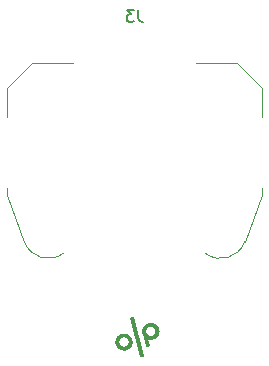
<source format=gbr>
%TF.GenerationSoftware,KiCad,Pcbnew,9.0.2*%
%TF.CreationDate,2025-11-21T20:47:10-08:00*%
%TF.ProjectId,LED Watch,4c454420-5761-4746-9368-2e6b69636164,rev?*%
%TF.SameCoordinates,Original*%
%TF.FileFunction,Legend,Bot*%
%TF.FilePolarity,Positive*%
%FSLAX46Y46*%
G04 Gerber Fmt 4.6, Leading zero omitted, Abs format (unit mm)*
G04 Created by KiCad (PCBNEW 9.0.2) date 2025-11-21 20:47:10*
%MOMM*%
%LPD*%
G01*
G04 APERTURE LIST*
%ADD10C,0.000000*%
%ADD11C,0.150000*%
%ADD12C,0.120000*%
G04 APERTURE END LIST*
D10*
G36*
X99936308Y-113923649D02*
G01*
X99939466Y-113923902D01*
X99942593Y-113924309D01*
X99945683Y-113924865D01*
X99948732Y-113925569D01*
X99951734Y-113926418D01*
X99954685Y-113927408D01*
X99957580Y-113928537D01*
X99960414Y-113929801D01*
X99963182Y-113931199D01*
X99965879Y-113932726D01*
X99968500Y-113934380D01*
X99971040Y-113936157D01*
X99973495Y-113938056D01*
X99975859Y-113940073D01*
X99978127Y-113942204D01*
X99980295Y-113944448D01*
X99982358Y-113946801D01*
X99984310Y-113949260D01*
X99986147Y-113951823D01*
X99987864Y-113954486D01*
X99989455Y-113957246D01*
X99990917Y-113960100D01*
X99992243Y-113963047D01*
X99993430Y-113966081D01*
X99994472Y-113969201D01*
X99995364Y-113972404D01*
X100816440Y-117237421D01*
X100817169Y-117240664D01*
X100817728Y-117243906D01*
X100818118Y-117247141D01*
X100818343Y-117250364D01*
X100818406Y-117253570D01*
X100818309Y-117256754D01*
X100818057Y-117259912D01*
X100817651Y-117263039D01*
X100817094Y-117266129D01*
X100816390Y-117269177D01*
X100815541Y-117272179D01*
X100814551Y-117275130D01*
X100813423Y-117278025D01*
X100812158Y-117280859D01*
X100810761Y-117283627D01*
X100809234Y-117286324D01*
X100807580Y-117288945D01*
X100805803Y-117291485D01*
X100803904Y-117293940D01*
X100801887Y-117296304D01*
X100799756Y-117298572D01*
X100797512Y-117300740D01*
X100795159Y-117302803D01*
X100792700Y-117304755D01*
X100790137Y-117306592D01*
X100787474Y-117308308D01*
X100784714Y-117309900D01*
X100781860Y-117311361D01*
X100778914Y-117312688D01*
X100775879Y-117313875D01*
X100772759Y-117314916D01*
X100769556Y-117315808D01*
X100561628Y-117368098D01*
X100558384Y-117368827D01*
X100555142Y-117369385D01*
X100551907Y-117369775D01*
X100548684Y-117370000D01*
X100545477Y-117370063D01*
X100542293Y-117369966D01*
X100539135Y-117369713D01*
X100536008Y-117369307D01*
X100532918Y-117368750D01*
X100529870Y-117368046D01*
X100526867Y-117367198D01*
X100523916Y-117366207D01*
X100521021Y-117365079D01*
X100518187Y-117363814D01*
X100515419Y-117362417D01*
X100512723Y-117360890D01*
X100510101Y-117359236D01*
X100507561Y-117357459D01*
X100505107Y-117355560D01*
X100502743Y-117353544D01*
X100500474Y-117351412D01*
X100498306Y-117349168D01*
X100496244Y-117346815D01*
X100494292Y-117344356D01*
X100492455Y-117341794D01*
X100490738Y-117339131D01*
X100489146Y-117336371D01*
X100487685Y-117333517D01*
X100486358Y-117330571D01*
X100485171Y-117327537D01*
X100484129Y-117324417D01*
X100483237Y-117321214D01*
X99662161Y-114056198D01*
X99661431Y-114052954D01*
X99660873Y-114049712D01*
X99660483Y-114046477D01*
X99660258Y-114043254D01*
X99660195Y-114040048D01*
X99660291Y-114036863D01*
X99660544Y-114033705D01*
X99660950Y-114030578D01*
X99661507Y-114027488D01*
X99662211Y-114024439D01*
X99663059Y-114021437D01*
X99664049Y-114018486D01*
X99665178Y-114015591D01*
X99666443Y-114012757D01*
X99667840Y-114009989D01*
X99669367Y-114007292D01*
X99671020Y-114004671D01*
X99672798Y-114002130D01*
X99674697Y-113999676D01*
X99676713Y-113997312D01*
X99678845Y-113995043D01*
X99681089Y-113992875D01*
X99683442Y-113990813D01*
X99685901Y-113988861D01*
X99688464Y-113987024D01*
X99691126Y-113985307D01*
X99693886Y-113983716D01*
X99696741Y-113982254D01*
X99699687Y-113980928D01*
X99702722Y-113979741D01*
X99705842Y-113978699D01*
X99709045Y-113977807D01*
X99916973Y-113925517D01*
X99920217Y-113924788D01*
X99923459Y-113924230D01*
X99926694Y-113923840D01*
X99929917Y-113923616D01*
X99933123Y-113923553D01*
X99936308Y-113923649D01*
G37*
G36*
X102122939Y-115192981D02*
G01*
X102120499Y-115227684D01*
X102116286Y-115262165D01*
X102110299Y-115296424D01*
X102102538Y-115330460D01*
X102093003Y-115364274D01*
X102081694Y-115397865D01*
X102068611Y-115431233D01*
X102053755Y-115464379D01*
X102037124Y-115497301D01*
X102018720Y-115530001D01*
X101998668Y-115561918D01*
X101977562Y-115592366D01*
X101955402Y-115621345D01*
X101932188Y-115648856D01*
X101907920Y-115674898D01*
X101882598Y-115699471D01*
X101856222Y-115722575D01*
X101828792Y-115744211D01*
X101800308Y-115764377D01*
X101770770Y-115783075D01*
X101740178Y-115800305D01*
X101708532Y-115816065D01*
X101675831Y-115830357D01*
X101642077Y-115843180D01*
X101607269Y-115854535D01*
X101571407Y-115864421D01*
X101546895Y-115870210D01*
X101522502Y-115875219D01*
X101498229Y-115879449D01*
X101474076Y-115882900D01*
X101450041Y-115885572D01*
X101426126Y-115887467D01*
X101402329Y-115888583D01*
X101378652Y-115888923D01*
X101355093Y-115888485D01*
X101331653Y-115887271D01*
X101308331Y-115885282D01*
X101285128Y-115882517D01*
X101262043Y-115878977D01*
X101239077Y-115874663D01*
X101216228Y-115869574D01*
X101193498Y-115863712D01*
X101192083Y-115863374D01*
X101190679Y-115863140D01*
X101189288Y-115863007D01*
X101187914Y-115862972D01*
X101186559Y-115863031D01*
X101185226Y-115863181D01*
X101183919Y-115863420D01*
X101182640Y-115863744D01*
X101181393Y-115864150D01*
X101180180Y-115864634D01*
X101179004Y-115865194D01*
X101177869Y-115865827D01*
X101176778Y-115866530D01*
X101175733Y-115867298D01*
X101174737Y-115868130D01*
X101173794Y-115869021D01*
X101172907Y-115869969D01*
X101172078Y-115870971D01*
X101171311Y-115872024D01*
X101170608Y-115873124D01*
X101169973Y-115874268D01*
X101169408Y-115875453D01*
X101168917Y-115876676D01*
X101168503Y-115877934D01*
X101168168Y-115879224D01*
X101167916Y-115880542D01*
X101167750Y-115881885D01*
X101167672Y-115883251D01*
X101167687Y-115884636D01*
X101167795Y-115886037D01*
X101168002Y-115887450D01*
X101168309Y-115888874D01*
X101288647Y-116367402D01*
X101289660Y-116371908D01*
X101290435Y-116376412D01*
X101290977Y-116380906D01*
X101291290Y-116385384D01*
X101291377Y-116389838D01*
X101291242Y-116394262D01*
X101290891Y-116398650D01*
X101290327Y-116402993D01*
X101289554Y-116407286D01*
X101288575Y-116411521D01*
X101287396Y-116415692D01*
X101286021Y-116419792D01*
X101284453Y-116423814D01*
X101282696Y-116427751D01*
X101280755Y-116431596D01*
X101278634Y-116435343D01*
X101276336Y-116438984D01*
X101273866Y-116442513D01*
X101271229Y-116445923D01*
X101268427Y-116449207D01*
X101265465Y-116452359D01*
X101262348Y-116455370D01*
X101259079Y-116458236D01*
X101255663Y-116460948D01*
X101252103Y-116463500D01*
X101248403Y-116465884D01*
X101244569Y-116468096D01*
X101240603Y-116470126D01*
X101236510Y-116471969D01*
X101232294Y-116473617D01*
X101227959Y-116475065D01*
X101223509Y-116476304D01*
X101064346Y-116516331D01*
X101059840Y-116517344D01*
X101055336Y-116518119D01*
X101050842Y-116518661D01*
X101046365Y-116518973D01*
X101041910Y-116519060D01*
X101037486Y-116518926D01*
X101033099Y-116518575D01*
X101028755Y-116518010D01*
X101024462Y-116517237D01*
X101020227Y-116516259D01*
X101016056Y-116515080D01*
X101011956Y-116513704D01*
X101007934Y-116512136D01*
X101003998Y-116510380D01*
X101000152Y-116508438D01*
X100996406Y-116506317D01*
X100992764Y-116504019D01*
X100989235Y-116501550D01*
X100985825Y-116498912D01*
X100982541Y-116496110D01*
X100979390Y-116493149D01*
X100976378Y-116490032D01*
X100973513Y-116486763D01*
X100970801Y-116483346D01*
X100968249Y-116479786D01*
X100965864Y-116476087D01*
X100963653Y-116472252D01*
X100961622Y-116468286D01*
X100959779Y-116464193D01*
X100958131Y-116459977D01*
X100956683Y-116455643D01*
X100955444Y-116451193D01*
X100692435Y-115405334D01*
X100692118Y-115404019D01*
X100691828Y-115402703D01*
X100691565Y-115401387D01*
X100691329Y-115400071D01*
X100691119Y-115398757D01*
X100690935Y-115397443D01*
X100690776Y-115396131D01*
X100690643Y-115394820D01*
X100690557Y-115393958D01*
X100690453Y-115393101D01*
X100690331Y-115392248D01*
X100690189Y-115391400D01*
X100690024Y-115390557D01*
X100689835Y-115389717D01*
X100689620Y-115388882D01*
X100689376Y-115388052D01*
X100686358Y-115378155D01*
X100683445Y-115368184D01*
X100680655Y-115358124D01*
X100678007Y-115347963D01*
X100669940Y-115312404D01*
X100663676Y-115277061D01*
X100659216Y-115241933D01*
X100656560Y-115207019D01*
X100655708Y-115172320D01*
X100655829Y-115167942D01*
X100998760Y-115167942D01*
X100999397Y-115188561D01*
X101001180Y-115209331D01*
X101004108Y-115230252D01*
X101008182Y-115251324D01*
X101013401Y-115272547D01*
X101019767Y-115293921D01*
X101024945Y-115308834D01*
X101030743Y-115323489D01*
X101037145Y-115337866D01*
X101044138Y-115351948D01*
X101051706Y-115365714D01*
X101059834Y-115379148D01*
X101068508Y-115392229D01*
X101077713Y-115404939D01*
X101087434Y-115417260D01*
X101097657Y-115429173D01*
X101108367Y-115440658D01*
X101119549Y-115451697D01*
X101131188Y-115462272D01*
X101143270Y-115472364D01*
X101155780Y-115481953D01*
X101168703Y-115491022D01*
X101187304Y-115502896D01*
X101206051Y-115513665D01*
X101224943Y-115523329D01*
X101243982Y-115531890D01*
X101263165Y-115539345D01*
X101282495Y-115545697D01*
X101301970Y-115550943D01*
X101321591Y-115555086D01*
X101341358Y-115558124D01*
X101361271Y-115560057D01*
X101381329Y-115560886D01*
X101401533Y-115560610D01*
X101421883Y-115559230D01*
X101442378Y-115556746D01*
X101463019Y-115553157D01*
X101483806Y-115548463D01*
X101503382Y-115543079D01*
X101522366Y-115536921D01*
X101540756Y-115529990D01*
X101558554Y-115522285D01*
X101575759Y-115513807D01*
X101592370Y-115504555D01*
X101608390Y-115494530D01*
X101623816Y-115483731D01*
X101638649Y-115472159D01*
X101652890Y-115459813D01*
X101666538Y-115446694D01*
X101679593Y-115432802D01*
X101692055Y-115418136D01*
X101703924Y-115402696D01*
X101715201Y-115386483D01*
X101725884Y-115369497D01*
X101735794Y-115352041D01*
X101744739Y-115334413D01*
X101752718Y-115316614D01*
X101759731Y-115298643D01*
X101765778Y-115280500D01*
X101770860Y-115262186D01*
X101774976Y-115243701D01*
X101778126Y-115225044D01*
X101780311Y-115206216D01*
X101781530Y-115187218D01*
X101781784Y-115168048D01*
X101781072Y-115148708D01*
X101779395Y-115129197D01*
X101776752Y-115109515D01*
X101773143Y-115089664D01*
X101768569Y-115069641D01*
X101763427Y-115051024D01*
X101757498Y-115032936D01*
X101750781Y-115015378D01*
X101743278Y-114998351D01*
X101734987Y-114981854D01*
X101725910Y-114965887D01*
X101716045Y-114950451D01*
X101705394Y-114935545D01*
X101693955Y-114921171D01*
X101681730Y-114907327D01*
X101668718Y-114894015D01*
X101654919Y-114881233D01*
X101640334Y-114868983D01*
X101624961Y-114857265D01*
X101608802Y-114846077D01*
X101591857Y-114835422D01*
X101575261Y-114826025D01*
X101558272Y-114817478D01*
X101540925Y-114809785D01*
X101523257Y-114802954D01*
X101505306Y-114796991D01*
X101487108Y-114791903D01*
X101468700Y-114787696D01*
X101450118Y-114784377D01*
X101431401Y-114781952D01*
X101412583Y-114780427D01*
X101393703Y-114779810D01*
X101374797Y-114780105D01*
X101355902Y-114781321D01*
X101337055Y-114783464D01*
X101318292Y-114786539D01*
X101299651Y-114790554D01*
X101279942Y-114795787D01*
X101260824Y-114801819D01*
X101242298Y-114808650D01*
X101224364Y-114816280D01*
X101207021Y-114824707D01*
X101190271Y-114833933D01*
X101174112Y-114843957D01*
X101158546Y-114854779D01*
X101143571Y-114866399D01*
X101129189Y-114878817D01*
X101115400Y-114892031D01*
X101102203Y-114906044D01*
X101089598Y-114920853D01*
X101077586Y-114936460D01*
X101066166Y-114952863D01*
X101055340Y-114970063D01*
X101044533Y-114989170D01*
X101034870Y-115008429D01*
X101026351Y-115027839D01*
X101018976Y-115047400D01*
X101012746Y-115067113D01*
X101007659Y-115086976D01*
X101003717Y-115106991D01*
X101000920Y-115127157D01*
X100999267Y-115147474D01*
X100998760Y-115167942D01*
X100655829Y-115167942D01*
X100656659Y-115137835D01*
X100659415Y-115103565D01*
X100663973Y-115069509D01*
X100670336Y-115035667D01*
X100678502Y-115002040D01*
X100688472Y-114968626D01*
X100700245Y-114935426D01*
X100713821Y-114902440D01*
X100729202Y-114869667D01*
X100746385Y-114837108D01*
X100765373Y-114804762D01*
X100785724Y-114773016D01*
X100807108Y-114742728D01*
X100829527Y-114713899D01*
X100852979Y-114686527D01*
X100877465Y-114660613D01*
X100902984Y-114636157D01*
X100929539Y-114613159D01*
X100957127Y-114591618D01*
X100985750Y-114571536D01*
X101015407Y-114552911D01*
X101046099Y-114535744D01*
X101077826Y-114520035D01*
X101110587Y-114505784D01*
X101144384Y-114492990D01*
X101179215Y-114481654D01*
X101215082Y-114471776D01*
X101250448Y-114463733D01*
X101285693Y-114457423D01*
X101320817Y-114452845D01*
X101355820Y-114450000D01*
X101390702Y-114448887D01*
X101425463Y-114449507D01*
X101460102Y-114451859D01*
X101494621Y-114455943D01*
X101529019Y-114461760D01*
X101563295Y-114469309D01*
X101597451Y-114478591D01*
X101631485Y-114489605D01*
X101665399Y-114502352D01*
X101699191Y-114516831D01*
X101732863Y-114533043D01*
X101766413Y-114550987D01*
X101798667Y-114570415D01*
X101829402Y-114590830D01*
X101858620Y-114612229D01*
X101886320Y-114634614D01*
X101912503Y-114657984D01*
X101937167Y-114682340D01*
X101960313Y-114707682D01*
X101981942Y-114734008D01*
X102002053Y-114761321D01*
X102020646Y-114789619D01*
X102037721Y-114818902D01*
X102053278Y-114849171D01*
X102067317Y-114880425D01*
X102079838Y-114912665D01*
X102090842Y-114945890D01*
X102100328Y-114980101D01*
X102108530Y-115016136D01*
X102114959Y-115051948D01*
X102119615Y-115087539D01*
X102122496Y-115122908D01*
X102123604Y-115158056D01*
X102123414Y-115168048D01*
X102122939Y-115192981D01*
G37*
G36*
X99854559Y-116100196D02*
G01*
X99852944Y-116134018D01*
X99849525Y-116167921D01*
X99844303Y-116201904D01*
X99837278Y-116235968D01*
X99828449Y-116270112D01*
X99817405Y-116305872D01*
X99804949Y-116340507D01*
X99791080Y-116374019D01*
X99775799Y-116406407D01*
X99759105Y-116437672D01*
X99740999Y-116467812D01*
X99721481Y-116496829D01*
X99700550Y-116524721D01*
X99678207Y-116551490D01*
X99654451Y-116577136D01*
X99629283Y-116601657D01*
X99602703Y-116625055D01*
X99574710Y-116647328D01*
X99545305Y-116668478D01*
X99514487Y-116688505D01*
X99482257Y-116707407D01*
X99448997Y-116724790D01*
X99415555Y-116740388D01*
X99381930Y-116754202D01*
X99348123Y-116766232D01*
X99314133Y-116776478D01*
X99279961Y-116784940D01*
X99245607Y-116791617D01*
X99211071Y-116796511D01*
X99176353Y-116799620D01*
X99141452Y-116800946D01*
X99106369Y-116800487D01*
X99071105Y-116798244D01*
X99035658Y-116794218D01*
X99000029Y-116788407D01*
X98964218Y-116780812D01*
X98928225Y-116771434D01*
X98891764Y-116760205D01*
X98856448Y-116747603D01*
X98822278Y-116733626D01*
X98789252Y-116718276D01*
X98757371Y-116701550D01*
X98726635Y-116683451D01*
X98697045Y-116663977D01*
X98668599Y-116643130D01*
X98641298Y-116620907D01*
X98615142Y-116597311D01*
X98590131Y-116572340D01*
X98566265Y-116545995D01*
X98543545Y-116518276D01*
X98521969Y-116489182D01*
X98501538Y-116458714D01*
X98482252Y-116426872D01*
X98463981Y-116394113D01*
X98447547Y-116361154D01*
X98432951Y-116327994D01*
X98420192Y-116294636D01*
X98409270Y-116261077D01*
X98400185Y-116227319D01*
X98392937Y-116193362D01*
X98387526Y-116159205D01*
X98383953Y-116124849D01*
X98382216Y-116090294D01*
X98382222Y-116088194D01*
X98726793Y-116088194D01*
X98727504Y-116106939D01*
X98729177Y-116125573D01*
X98731812Y-116144096D01*
X98735409Y-116162507D01*
X98739969Y-116180806D01*
X98745490Y-116198993D01*
X98751973Y-116217069D01*
X98759418Y-116235032D01*
X98767826Y-116252884D01*
X98777196Y-116270623D01*
X98787116Y-116287865D01*
X98797652Y-116304353D01*
X98808804Y-116320086D01*
X98820572Y-116335064D01*
X98832956Y-116349287D01*
X98845955Y-116362755D01*
X98859570Y-116375468D01*
X98873802Y-116387426D01*
X98888649Y-116398630D01*
X98904112Y-116409078D01*
X98920190Y-116418771D01*
X98936885Y-116427709D01*
X98954196Y-116435893D01*
X98972122Y-116443321D01*
X98990665Y-116449994D01*
X99009823Y-116455913D01*
X99029464Y-116461038D01*
X99048979Y-116465197D01*
X99068367Y-116468390D01*
X99087630Y-116470617D01*
X99106766Y-116471877D01*
X99125777Y-116472172D01*
X99144661Y-116471500D01*
X99163418Y-116469862D01*
X99182050Y-116467258D01*
X99200555Y-116463688D01*
X99218933Y-116459151D01*
X99237185Y-116453648D01*
X99255311Y-116447179D01*
X99273310Y-116439744D01*
X99291183Y-116431342D01*
X99308929Y-116421975D01*
X99326010Y-116411748D01*
X99342356Y-116400895D01*
X99357966Y-116389413D01*
X99372840Y-116377305D01*
X99386979Y-116364569D01*
X99400382Y-116351206D01*
X99413049Y-116337216D01*
X99424981Y-116322599D01*
X99436176Y-116307355D01*
X99446636Y-116291485D01*
X99456360Y-116274988D01*
X99465348Y-116257865D01*
X99473601Y-116240115D01*
X99481117Y-116221739D01*
X99487897Y-116202737D01*
X99493941Y-116183109D01*
X99498870Y-116164158D01*
X99502845Y-116145289D01*
X99505867Y-116126501D01*
X99507936Y-116107795D01*
X99509051Y-116089170D01*
X99509212Y-116070627D01*
X99508420Y-116052165D01*
X99506675Y-116033785D01*
X99503976Y-116015486D01*
X99500324Y-115997268D01*
X99495719Y-115979133D01*
X99490160Y-115961078D01*
X99483647Y-115943105D01*
X99476181Y-115925214D01*
X99467762Y-115907404D01*
X99458389Y-115889675D01*
X99448250Y-115872375D01*
X99437523Y-115855836D01*
X99426210Y-115840059D01*
X99414310Y-115825045D01*
X99401823Y-115810793D01*
X99388750Y-115797304D01*
X99375090Y-115784578D01*
X99360844Y-115772615D01*
X99346012Y-115761415D01*
X99330594Y-115750978D01*
X99314591Y-115741304D01*
X99298001Y-115732394D01*
X99280826Y-115724248D01*
X99263066Y-115716866D01*
X99244720Y-115710247D01*
X99225789Y-115704393D01*
X99206155Y-115699270D01*
X99186662Y-115695118D01*
X99167310Y-115691937D01*
X99148099Y-115689727D01*
X99129029Y-115688486D01*
X99110099Y-115688217D01*
X99091311Y-115688917D01*
X99072663Y-115690588D01*
X99054156Y-115693228D01*
X99035790Y-115696839D01*
X99017565Y-115701419D01*
X98999481Y-115706969D01*
X98981538Y-115713488D01*
X98963737Y-115720977D01*
X98946076Y-115729436D01*
X98928556Y-115738863D01*
X98911248Y-115749013D01*
X98894699Y-115759765D01*
X98878908Y-115771118D01*
X98863877Y-115783073D01*
X98849605Y-115795629D01*
X98836092Y-115808786D01*
X98823339Y-115822544D01*
X98811344Y-115836903D01*
X98800109Y-115851862D01*
X98789633Y-115867422D01*
X98779917Y-115883583D01*
X98770960Y-115900344D01*
X98762762Y-115917706D01*
X98755324Y-115935667D01*
X98748645Y-115954228D01*
X98742726Y-115973390D01*
X98737666Y-115992801D01*
X98733568Y-116012101D01*
X98730431Y-116031291D01*
X98728257Y-116050369D01*
X98727044Y-116069337D01*
X98726793Y-116088194D01*
X98382222Y-116088194D01*
X98382317Y-116055540D01*
X98384254Y-116020587D01*
X98388028Y-115985435D01*
X98393639Y-115950085D01*
X98401087Y-115914536D01*
X98410372Y-115878788D01*
X98421167Y-115843961D01*
X98433417Y-115810221D01*
X98447122Y-115777570D01*
X98462281Y-115746007D01*
X98478895Y-115715532D01*
X98496963Y-115686144D01*
X98516486Y-115657844D01*
X98537464Y-115630632D01*
X98559897Y-115604507D01*
X98583785Y-115579469D01*
X98609127Y-115555519D01*
X98635925Y-115532656D01*
X98664177Y-115510879D01*
X98693884Y-115490190D01*
X98725047Y-115470587D01*
X98757664Y-115452071D01*
X98791166Y-115434757D01*
X98824850Y-115419227D01*
X98858715Y-115405482D01*
X98892763Y-115393520D01*
X98926992Y-115383343D01*
X98961403Y-115374949D01*
X98995997Y-115368340D01*
X99030772Y-115363514D01*
X99065728Y-115360473D01*
X99100867Y-115359215D01*
X99136188Y-115359742D01*
X99171690Y-115362052D01*
X99207375Y-115366147D01*
X99243241Y-115372025D01*
X99279289Y-115379688D01*
X99315519Y-115389135D01*
X99350164Y-115399854D01*
X99383837Y-115412013D01*
X99416540Y-115425612D01*
X99448272Y-115440651D01*
X99479033Y-115457129D01*
X99508824Y-115475048D01*
X99537644Y-115494406D01*
X99565492Y-115515205D01*
X99592370Y-115537443D01*
X99618277Y-115561120D01*
X99643214Y-115586238D01*
X99667179Y-115612796D01*
X99690173Y-115640793D01*
X99712196Y-115670230D01*
X99733248Y-115701107D01*
X99753328Y-115733423D01*
X99771546Y-115766369D01*
X99787961Y-115799394D01*
X99802572Y-115832498D01*
X99815381Y-115865682D01*
X99826387Y-115898944D01*
X99835590Y-115932287D01*
X99842990Y-115965709D01*
X99848587Y-115999211D01*
X99852381Y-116032793D01*
X99854372Y-116066454D01*
X99854395Y-116070627D01*
X99854559Y-116100196D01*
G37*
D11*
X100333333Y-87954819D02*
X100333333Y-88669104D01*
X100333333Y-88669104D02*
X100380952Y-88811961D01*
X100380952Y-88811961D02*
X100476190Y-88907200D01*
X100476190Y-88907200D02*
X100619047Y-88954819D01*
X100619047Y-88954819D02*
X100714285Y-88954819D01*
X99952380Y-87954819D02*
X99333333Y-87954819D01*
X99333333Y-87954819D02*
X99666666Y-88335771D01*
X99666666Y-88335771D02*
X99523809Y-88335771D01*
X99523809Y-88335771D02*
X99428571Y-88383390D01*
X99428571Y-88383390D02*
X99380952Y-88431009D01*
X99380952Y-88431009D02*
X99333333Y-88526247D01*
X99333333Y-88526247D02*
X99333333Y-88764342D01*
X99333333Y-88764342D02*
X99380952Y-88859580D01*
X99380952Y-88859580D02*
X99428571Y-88907200D01*
X99428571Y-88907200D02*
X99523809Y-88954819D01*
X99523809Y-88954819D02*
X99809523Y-88954819D01*
X99809523Y-88954819D02*
X99904761Y-88907200D01*
X99904761Y-88907200D02*
X99952380Y-88859580D01*
D12*
%TO.C,J3*%
X89220000Y-94540000D02*
X89220000Y-97000000D01*
X89220000Y-103000000D02*
X89220000Y-103630000D01*
X89220000Y-103630000D02*
X90660000Y-107580000D01*
X91300000Y-92460000D02*
X89220000Y-94540000D01*
X91300000Y-92460000D02*
X94800000Y-92460000D01*
X105200000Y-92460000D02*
X108700000Y-92460000D01*
X108700000Y-92460000D02*
X110780000Y-94540000D01*
X110780000Y-94540000D02*
X110780000Y-97000000D01*
X110780000Y-103000000D02*
X110780000Y-103630000D01*
X110780000Y-103630000D02*
X109340000Y-107580000D01*
X94000000Y-108550000D02*
G75*
G02*
X90674757Y-107588169I-1310000J1700000D01*
G01*
X109340000Y-107580000D02*
G75*
G02*
X106003354Y-108566530I-2030000J730001D01*
G01*
%TD*%
M02*

</source>
